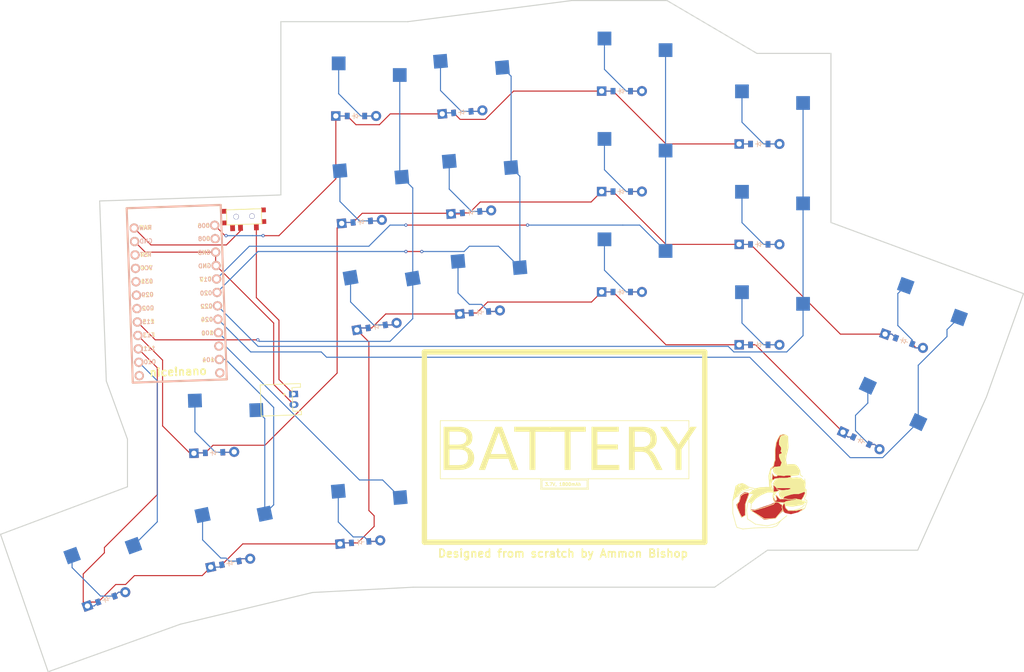
<source format=kicad_pcb>
(kicad_pcb (version 20240108) (generator "pcbnew") (generator_version "8.0")
  (title_block (title "right_circuit") (date "2025-01-01") (rev "v1.0.0") (company "Unknown"))
  (layers (0 "F.Cu" signal) (31 "B.Cu" signal) (34 "B.Paste" user) (35 "F.Paste" user) (36 "B.SilkS" user "B.Silkscreen") (37 "F.SilkS" user "F.Silkscreen") (38 "B.Mask" user) (39 "F.Mask" user) (44 "Edge.Cuts" user))
  (net 0 "")
  (net 1 "thumb-outer_bottom")
  (net 2 "P010")
  (net 3 "thumb_bottom")
  (net 4 "P104")
  (net 5 "thumb_home")
  (net 6 "thumb-inner_bottom")
  (net 7 "P100")
  (net 8 "inner_bottom")
  (net 9 "P115")
  (net 10 "inner_home")
  (net 11 "inner_top")
  (net 12 "four_bottom")
  (net 13 "P020")
  (net 14 "four_home")
  (net 15 "four_top")
  (net 16 "three_bottom")
  (net 17 "P017")
  (net 18 "three_home")
  (net 19 "three_top")
  (net 20 "two_bottom")
  (net 21 "P022")
  (net 22 "two_home")
  (net 23 "two_top")
  (net 24 "one_bottom")
  (net 25 "P024")
  (net 26 "one_home")
  (net 27 "RAW")
  (net 28 "GND")
  (net 29 "RST")
  (net 30 "VCC")
  (net 31 "P031")
  (net 32 "P029")
  (net 33 "P002")
  (net 34 "P113")
  (net 35 "P111")
  (net 36 "P009")
  (net 37 "P006")
  (net 38 "P008")
  (net 39 "P011")
  (net 40 "P106")
  (net 41 "pos")
  (footprint "E73:SPDT_C128955" (layer "F.Cu") (at 142.406136 116.360202 2)
    (property "Reference" "T1" (hide yes))
    (property "Value" "" (hide yes))
  )
  (footprint "PG1350" (layer "F.Cu") (at 239.814112 136.646223)
    (property "Reference" "S14" (hide yes))
    (property "Value" "" (hide yes))
  )
  (footprint "ComboDiode" (layer "F.Cu") (at 185.325586 115.553377 5)
    (property "Reference" "D9" (hide yes))
    (property "Value" "" (hide yes))
  )
  (footprint "ComboDiode" (layer "F.Cu") (at 116.368081 188.758771 20)
    (property "Reference" "D1" (hide yes))
    (property "Value" "" (hide yes))
  )
  (footprint "ComboDiode" (layer "F.Cu") (at 139.831647 181.91259 12)
    (property "Reference" "D2" (hide yes))
    (property "Value" "" (hide yes))
  )
  (footprint "PG1350" (layer "F.Cu") (at 213.814112 107.646223)
    (property "Reference" "S12" (hide yes))
    (property "Value" "" (hide yes))
  )
  (footprint "PG1350" (layer "F.Cu") (at 239.814112 117.646223)
    (property "Reference" "S15" (hide yes))
    (property "Value" "" (hide yes))
  )
  (footprint "PG1350" (layer "F.Cu") (at 164.308028 113.365804 5)
    (property "Reference" "S6" (hide yes))
    (property "Value" "" (hide yes))
  )
  (footprint "ceoloide:mounting_hole_npth" (layer "F.Cu") (at 152.15 144.93 -20)
    (property "Reference" "MH1" (hide yes))
    (property "Value" "")
  )
  (footprint "PG1350" (layer "F.Cu") (at 183.321004 92.640899 5)
    (property "Reference" "S10" (hide yes))
    (property "Value" "" (hide yes))
  )
  (footprint "ComboDiode" (layer "F.Cu") (at 239.814112 140.646223)
    (property "Reference" "D14" (hide yes))
    (property "Value" "" (hide yes))
  )
  (footprint "ComboDiode" (layer "F.Cu") (at 213.814112 130.646223)
    (property "Reference" "D11" (hide yes))
    (property "Value" "" (hide yes))
  )
  (footprint "ComboDiode" (layer "F.Cu") (at 213.814112 92.646223)
    (property "Reference" "D13" (hide yes))
    (property "Value" "" (hide yes))
  )
  (footprint "ComboDiode" (layer "F.Cu") (at 183.669627 96.625678 5)
    (property "Reference" "D10" (hide yes))
    (property "Value" "" (hide yes))
  )
  (footprint "ceoloide:mounting_hole_npth" (layer "F.Cu") (at 226.68 109.67 -20)
    (property "Reference" "MH1" (hide yes))
    (property "Value" "")
  )
  (footprint "nice_nano" (layer "F.Cu") (at 129.721317 132.267703 -88)
    (property "Reference" "MCU1" (hide yes))
    (property "Value" "nice_nano" (hide yes))
  )
  (footprint "ComboDiode" (layer "F.Cu") (at 163.561108 97.354754)
    (property "Reference" "D7" (hide yes))
    (property "Value" "" (hide yes))
  )
  (footprint "PG1350" (layer "F.Cu") (at 164 174 5)
    (property "Reference" "S4" (hide yes))
    (property "Value" "" (hide yes))
  )
  (footprint "ceoloide:mounting_hole_npth" (layer "F.Cu") (at 175.17 105.16 -20)
    (property "Reference" "MH1" (hide yes))
    (property "Value" "")
  )
  (footprint "ComboDiode" (layer "F.Cu") (at 267.171101 139.928794 -20)
    (property "Reference" "D18" (hide yes))
    (property "Value" "" (hide yes))
  )
  (footprint "ComboDiode" (layer "F.Cu") (at 164.656651 117.350582 5)
    (property "Reference" "D6" (hide yes))
    (property "Value" "" (hide yes))
  )
  (footprint "PG1350" (layer "F.Cu") (at 115 185 20)
    (property "Reference" "S1" (hide yes))
    (property "Value" "" (hide yes))
  )
  (footprint "PG1350" (layer "F.Cu") (at 163.561108 93.354754)
    (property "Reference" "S7" (hide yes))
    (property "Value" "" (hide yes))
  )
  (footprint "PG1350" (layer "F.Cu") (at 239.814112 98.646223)
    (property "Reference" "S16" (hide yes))
    (property "Value" "" (hide yes))
  )
  (footprint "ComboDiode" (layer "F.Cu") (at 239.814112 121.646223)
    (property "Reference" "D15" (hide yes))
    (property "Value" "" (hide yes))
  )
  (footprint "ceoloide:mounting_hole_npth" (layer "F.Cu") (at 152.28 82.24 -20)
    (property "Reference" "MH1" (hide yes))
    (property "Value" "")
  )
  (footprint "ceoloide:mounting_hole_npth" (layer "F.Cu") (at 198.61 80.79 -20)
    (property "Reference" "MH1" (hide yes))
    (property "Value" "")
  )
  (footprint "ComboDiode" (layer "F.Cu") (at 164.348623 177.984779 5)
    (property "Reference" "D4" (hide yes))
    (property "Value" "" (hide yes))
  )
  (footprint "ceoloide:mounting_hole_npth" (layer "F.Cu") (at 99.96 177.98 -20)
    (property "Reference" "MH1" (hide yes))
    (property "Value" "")
  )
  (footprint "PG1350" (layer "F.Cu") (at 136.59015 157.043077 2)
    (property "Reference" "S3" (hide yes))
    (property "Value" "" (hide yes))
  )
  (footprint "PG1350" (layer "F.Cu") (at 139 178 12)
    (property "Reference" "S2" (hide yes))
    (property "Value" "" (hide yes))
  )
  (footprint "ComboDiode" (layer "F.Cu") (at 167.490776 137.174838 10)
    (property "Reference" "D5" (hide yes))
    (property "Value" "" (hide yes))
  )
  (footprint "ComboDiode" (layer "F.Cu") (at 136.729748 161.04064 2)
    (property "Reference" "D3" (hide yes))
    (property "Value" "" (hide yes))
  )
  (footprint "ceoloide:mounting_hole_npth" (layer "F.Cu") (at 232.8 148.23 -20)
    (property "Reference" "MH1" (hide yes))
    (property "Value" "")
  )
  (footprint "ceoloide:mounting_hole_npth" (layer "F.Cu") (at 267.7 176.76 -20)
    (property "Reference" "MH1" (hide yes))
    (property "Value" "")
  )
  (footprint "ceoloide:mounting_hole_npth" (layer "F.Cu") (at 106.86 198.47 -20)
    (property "Reference" "MH1" (hide yes))
    (property "Value" "")
  )
  (footprint "PG1350" (layer "F.Cu") (at 184.976963 111.568598 5)
    (property "Reference" "S9" (hide yes))
    (property "Value" "" (hide yes))
  )
  (footprint "ceoloide:mounting_hole_npth" (layer "F.Cu") (at 286.35 132.99 -20)
    (property "Reference" "MH1" (hide yes))
    (property "Value" "")
  )
  (footprint "ceoloide:mounting_hole_npth" (layer "F.Cu") (at 117.54 115.92 -20)
    (property "Reference" "MH1" (hide yes))
    (property "Value" "")
  )
  (footprint "ceoloide:mounting_hole_npth" (layer "F.Cu") (at 173.22 145.95 -20)
    (property "Reference" "MH1" (hide yes))
    (property "Value" "")
  )
  (footprint "ComboDiode" (layer "F.Cu") (at 213.814112 111.646223)
    (property "Reference" "D12" (hide yes))
    (property "Value" "" (hide yes))
  )
  (footprint "ComboDiode" (layer "F.Cu") (at 186.981545 134.481076 5)
    (property "Reference" "D8" (hide yes))
    (property "Value" "" (hide yes))
  )
  (footprint "PG1350" (layer "F.Cu") (at 260.781815 155.171951 -25)
    (property "Reference" "S17" (hide yes))
    (property "Value" "" (hide yes))
  )
  (footprint "ComboDiode" (layer "F.Cu") (at 239.814112 102.646223)
    (property "Reference" "D16" (hide yes))
    (property "Value" "" (hide yes))
  )
  (footprint "PG1350" (layer "F.Cu") (at 166.796184 133.235607 10)
    (property "Reference" "S5" (hide yes))
    (property "Value" "" (hide yes))
  )
  (footprint "JST_PH_S2B-PH-K_02x2.00mm_Angled" (layer "F.Cu") (at 151.798508 150.974496 -88)
    (property "Reference" "JST1" (hide yes))
    (property "Value" "" (hide yes))
  )
  (footprint "ceoloide:mounting_hole_npth" (layer "F.Cu") (at 229.82 183.52 -20)
    (property "Reference" "MH1" (hide yes))
    (property "Value" "")
  )
  (footprint "PG1350" (layer "F.Cu") (at 268.539182 136.170023 -20)
    (property "Reference" "S18" (hide yes))
    (property "Value" "" (hide yes))
  )
  (footprint "ceoloide:mounting_hole_npth" (layer "F.Cu") (at 250.34 88.22 -20)
    (property "Reference" "MH1" (hide yes))
    (property "Value" "")
  )
  (footprint "ComboDiode" (layer "F.Cu") (at 259.091342 158.797182 -25)
    (property "Reference" "D17" (hide yes))
    (property "Value" "" (hide yes))
  )
  (footprint "PG1350" (layer "F.Cu") (at 213.814112 126.646223)
    (property "Reference" "S11" (hide yes))
    (property "Value" "" (hide yes))
  )
  (footprint "ceoloide:mounting_hole_npth" (layer "F.Cu") (at 152.99 185.56 -20)
    (property "Reference" "MH1" (hide yes))
    (property "Value" "")
  )
  (footprint "ceoloide:mounting_hole_npth" (layer "F.Cu") (at 121.52 152.05 -20)
    (property "Reference" "MH1" (hide yes))
    (property "Value" "")
  )
  (footprint "PG1350" (layer "F.Cu") (at 213.814112 88.646223)
    (property "Reference" "S13" (hide yes))
    (property "Value" "" (hide yes))
  )
  (footprint "ceoloide:mounting_hole_npth" (layer "F.Cu") (at 151.12 114.14 -20)
    (property "Reference" "MH1" (hide yes))
    (property "Value" "")
  )
  (footprint "PG1350" (layer "F.Cu") (at 186.632922 130.496297 5)
    (property "Reference" "S8" (hide yes))
    (property "Value" "" (hide yes))
  )
  (gr_poly (pts (xy 243.05 170.4) (xy 242.05 170.9) (xy 239.05 171.9) (xy 238.3 171.9) (xy 240.8 173.65) (xy 242.8 173.4) (xy 244.3 171.9) (xy 244.05 171.4) (xy 244.3 171.1)) (stroke (width 0.2)) (fill solid) (layer "F.Cu"))
  (gr_poly (pts (xy 237.8 168.9) (xy 237.55 168.65) (xy 237.05 168.65) (xy 236.3 169.15) (xy 236.05 170.4) (xy 235.55 170.9) (xy 235.7 171.4) (xy 236.45 173.2) (xy 237.05 172.85) (xy 237.1 170.6)) (stroke (width 0.2)) (fill solid) (layer "F.Cu"))
  (gr_poly (pts (xy 242.55 168.4) (xy 242.8 168.4) (xy 243.55 168.15) (xy 245.8 167.9) (xy 243.05 167.65) (xy 242.55 167.4) (xy 242.55 166.9) (xy 242.55 167.4) (xy 242.55 167.9)) (stroke (width 0.2)) (fill solid) (layer "F.Cu"))
  (gr_poly (pts (xy 247.3 169.9) (xy 247.7 170) (xy 248.1 169.4) (xy 248.4 168.8) (xy 248.4 168.5) (xy 247.3 168.9) (xy 246.6 168.9) (xy 246 168.9) (xy 244.6 169.4) (xy 244.4 169.8) (xy 244 169.8) (xy 243.6 169.8) (xy 243.24 169.47) (xy 242.99 169.11) (xy 243.2 169.9) (xy 243 170.1) (xy 242.7 170.1) (xy 242.5 169.5) (xy 242.6 170.2) (xy 242.8 170.4) (xy 244.6 170.5) (xy 245.1 170.2) (xy 246.7 169.9)) (stroke (width 0.1)) (fill solid) (layer "F.Cu"))
  (gr_poly (pts (xy 242.3 166.15) (xy 242.8 165.9) (xy 243.55 165.75) (xy 245.65 165.75) (xy 245.65 165.4) (xy 243.3 165.4) (xy 243.05 165.65) (xy 242.6 165.6) (xy 242.3 165.15)) (stroke (width 0.2)) (fill solid) (layer "F.Cu"))
  (gr_poly (pts (xy 242 164.2) (xy 242.5 163.8) (xy 242.7 163.7) (xy 243.7 163.6) (xy 243.9 163.3) (xy 244 162.9) (xy 243.5 161.8) (xy 243.6 161.3) (xy 243.9 161.2) (xy 244 160.9) (xy 243.7 160.8) (xy 243.9 160.6) (xy 243.9 160.1) (xy 243.5 159.4) (xy 243.5 158.9) (xy 243.8 157.9) (xy 244.4 157.7) (xy 244.7 157.8) (xy 244.3 157.7) (xy 243.8 157.8) (xy 243.3 158.7) (xy 243.1 159.2) (xy 242.9 160.4) (xy 242.9 162.4) (xy 242.7 163.1) (xy 242.6 163.6)) (stroke (width 0.2)) (fill solid) (layer "F.Cu"))
  (gr_poly (pts (xy 244.5 170.7) (xy 244.3 171.1) (xy 244.2 171.4) (xy 244.5 172.2) (xy 244.8 172.4) (xy 245.8 172.6) (xy 247.3 172.2) (xy 248 171.8) (xy 246.8 172.1) (xy 245.3 172.1) (xy 244.7 171.6)) (stroke (width 0.2)) (fill solid) (layer "F.Cu"))
  (gr_line (start 247.3 171.7) (end 246.2 172) (stroke (width 0.12)) (layer "F.SilkS"))
  (gr_line (start 242.5 164) (end 242.7 163.8) (stroke (width 0.12)) (layer "F.SilkS"))
  (gr_line (start 235.5 167.5) (end 235.9 167.4) (stroke (width 0.12)) (layer "F.SilkS"))
  (gr_line (start 242.4 168.3) (end 242.5 168.2) (stroke (width 0.12)) (layer "F.SilkS"))
  (gr_line (start 244.2 171) (end 244.1 171.4) (stroke (width 0.12)) (layer "F.SilkS"))
  (gr_line (start 242 164.8) (end 242 165) (stroke (width 0.12)) (layer "F.SilkS"))
  (gr_line (start 245 163.4) (end 244.8 162.5) (stroke (width 0.12)) (layer "F.SilkS"))
  (gr_line (start 242.5 170) (end 242.6 170.2) (stroke (width 0.12)) (layer "F.SilkS"))
  (gr_line (start 245.9 168.9) (end 246.6 168.8) (stroke (width 0.12)) (layer "F.SilkS"))
  (gr_line (start 244.5 168.2) (end 245.4 168.1) (stroke (width 0.12)) (layer "F.SilkS"))
  (gr_line (start 247.2 171) (end 246.1 171.2) (stroke (width 0.12)) (layer "F.SilkS"))
  (gr_line (start 248.2 169.4) (end 247.8 170) (stroke (width 0.12)) (layer "F.SilkS"))
  (gr_line (start 242.7 165.5) (end 243.1 165.5) (stroke (width 0.12)) (layer "F.SilkS"))
  (gr_poly (pts (xy 248.7 168.1) (xy 248.4 168.4) (xy 247.3 168.8) (xy 246.6 168.8) (xy 245.9 168.9) (xy 244.6 169.3) (xy 244.3 169.6) (xy 244 169.55) (xy 243.6 169.1) (xy 243.6 168.8) (xy 243.55 168.7) (xy 243.6 168.5) (xy 243.7 168.4) (xy 244.5 168.4) (xy 244.95 168.15) (xy 245.4 168.1) (xy 245.9 167.9) (xy 245.9 167.8) (xy 245.5 167.7) (xy 243.1 167.7) (xy 242.7 167.3) (xy 242.6 166.7) (xy 242.8 166.3) (xy 243.5 166) (xy 245 165.9) (xy 245.4 165.8) (xy 245.7 165.9) (xy 246.9 165.8) (xy 247.7 165.9) (xy 248.3 166.4) (xy 248.45 167.3) (xy 248.4 167.8)) (stroke (width 0.12)) (fill solid) (layer "F.SilkS"))
  (gr_line (start 245.5 163.3) (end 245 163.4) (stroke (width 0.12)) (layer "F.SilkS"))
  (gr_line (start 243.1 167.9) (end 243.5 168.1) (stroke (width 0.12)) (layer "F.SilkS"))
  (gr_line (start 243.4 169.5) (end 243.1 169.1) (stroke (width 0.12)) (layer "F.SilkS"))
  (gr_line (start 242.4 165.2) (end 242.7 165.5) (stroke (width 0.12)) (layer "F.SilkS"))
  (gr_line (start 236.7 175.5) (end 238.9 175.3) (stroke (width 0.12)) (layer "F.SilkS"))
  (gr_line (start 229.5 152) (end 229.5 168) (stroke (width 0.12)) (layer "F.SilkS"))
  (gr_line (start 241.3 174.9) (end 243 174.5) (stroke (width 0.12)) (layer "F.SilkS"))
  (gr_line (start 239.2 168.4) (end 238.4 169.3) (stroke (width 0.12)) (layer "F.SilkS"))
  (gr_line (start 248.4 170.9) (end 247.9 171.4) (stroke (width 0.12)) (layer "F.SilkS"))
  (gr_line (start 242 164.4) (end 242 164.8) (stroke (width 0.12)) (layer "F.SilkS"))
  (gr_line (start 242.6 163) (end 242.5 163.6) (stroke (width 0.12)) (layer "F.SilkS"))
  (gr_line (start 243.3 165.3) (end 242.8 165) (stroke (width 0.12)) (layer "F.SilkS"))
  (gr_line (start 239 171.9) (end 238.2 172) (stroke (width 0.12)) (layer "F.SilkS"))
  (gr_line (start 242.6 170.2) (end 242.8 170.4) (stroke (width 0.12)) (layer "F.SilkS"))
  (gr_line (start 236.1 172.6) (end 235.6 171.4) (stroke (width 0.12)) (layer "F.SilkS"))
  (gr_line (start 242.6 168.7) (end 242.4 169.1) (stroke (width 0.12)) (layer "F.SilkS"))
  (gr_line (start 246.9 169.9) (end 246.8 169.8) (stroke (width 0.12)) (layer "F.SilkS"))
  (gr_line (start 246.1 171.2) (end 244.9 171.1) (stroke (width 0.12)) (layer "F.SilkS"))
  (gr_line (start 243.6 168.8) (end 243.6 169.1) (stroke (width 0.12)) (layer "F.SilkS"))
  (gr_line (start 238.3 170.7) (end 239.1 169.7) (stroke (width 0.12)) (layer "F.SilkS"))
  (gr_line (start 245.1 160.9) (end 245.3 160) (stroke (width 0.12)) (layer "F.SilkS"))
  (gr_line (start 244.1 165.9) (end 243.6 165.9) (stroke (width 0.12)) (layer "F.SilkS"))
  (gr_line (start 243.8 163.7) (end 244 163.4) (stroke (width 0.12)) (layer "F.SilkS"))
  (gr_line (start 235.6 171.4) (end 235.6 170.8) (stroke (width 0.12)) (layer "F.SilkS"))
  (gr_line (start 239.9 167.7) (end 239.1 167.9) (stroke (width 0.12)) (layer "F.SilkS"))
  (gr_poly (pts (xy 243.3 165.3) (xy 242.8 165) (xy 242.5 164.6) (xy 242.5 164) (xy 242.7 163.8) (xy 243.8 163.7) (xy 244.1 162.9) (xy 243.75 162.2) (xy 243.6 161.8) (xy 243.6 161.4) (xy 244 161.3) (xy 244.1 161.1) (xy 244.1 161) (xy 243.9 160.8) (xy 244 160.5) (xy 244 160.1) (xy 243.6 159.5) (xy 243.6 158.9) (xy 243.7 158.5) (xy 243.9 158) (xy 244.2 157.85) (xy 244.4 157.8) (xy 245 157.85) (xy 245.2 158) (xy 245.2 158.6) (xy 245.25 159.6) (xy 245.2 160.45) (xy 245 161.2) (xy 244.85 162) (xy 244.8 162.5) (xy 245 163.4) (xy 245.5 163.3) (xy 246.3 163.3) (xy 246.7 163.4) (xy 247.1 163.8) (xy 247.4 164.3) (xy 247.4 164.5) (xy 247.3 165) (xy 247.3 165.2) (xy 245.8 165.4) (xy 245.6 165.3) (xy 245 165.3) (xy 244.5 165.4)) (stroke (width 0.12)) (fill solid) (layer "F.SilkS"))
  (gr_line (start 241.8 164.7) (end 241.6 165.5) (stroke (width 0.12)) (layer "F.SilkS"))
  (gr_line (start 244.1 160.9) (end 243.9 160.8) (stroke (width 0.12)) (layer "F.SilkS"))
  (gr_line (start 246.5 169.8) (end 246.1 169.9) (stroke (width 0.12)) (layer "F.SilkS"))
  (gr_line (start 244.8 162.5) (end 244.9 161.5) (stroke (width 0.12)) (layer "F.SilkS"))
  (gr_line (start 235.4 167.4) (end 234.8 170.1) (stroke (width 0.12)) (layer "F.SilkS"))
  (gr_line (start 243.7 167.7) (end 243.1 167.7) (stroke (width 0.12)) (layer "F.SilkS"))
  (gr_line (start 247 165.3) (end 247.3 165.2) (stroke (width 0.12)) (layer "F.SilkS"))
  (gr_line (start 246.3 163.3) (end 245.5 163.3) (stroke (width 0.12)) (layer "F.SilkS"))
  (gr_line (start 179.5 155) (end 179.5 166) (stroke (width 0.12)) (layer "F.SilkS"))
  (gr_line (start 244.1 169.6) (end 244.3 169.6) (stroke (width 0.12)) (layer "F.SilkS"))
  (gr_line (start 243.9 169.5) (end 244.1 169.6) (stroke (width 0.12)) (layer "F.SilkS"))
  (gr_line (start 244.8 169.8) (end 243.7 169.8) (stroke (width 0.12)) (layer "F.SilkS"))
  (gr_line (start 245.8 165.4) (end 247 165.3) (stroke (width 0.12)) (layer "F.SilkS"))
  (gr_line (start 243.5 168.6) (end 243.6 168.8) (stroke (width 0.12)) (layer "F.SilkS"))
  (gr_line (start 244.5 168.4) (end 243.7 168.4) (stroke (width 0.12)) (layer "F.SilkS"))
  (gr_line (start 244.8 170.9) (end 244.7 170.6) (stroke (width 0.12)) (layer "F.SilkS"))
  (gr_line (start 242.3 168.5) (end 242.6 168.7) (stroke (width 0.12)) (layer "F.SilkS"))
  (gr_line (start 242.9 169.1) (end 243 169.5) (stroke (width 0.12)) (layer "F.SilkS"))
  (gr_line (start 248.5 166.8) (end 248.4 166) (stroke (width 0.12)) (layer "F.SilkS"))
  (gr_line (start 241.9 166) (end 242 166.1) (stroke (width 0.12)) (layer "F.SilkS"))
  (gr_line (start 241.7 167) (end 241.8 167.6) (stroke (width 0.12)) (layer "F.SilkS"))
  (gr_line (start 241.6 165.5) (end 241.7 166.4) (stroke (width 0.12)) (layer "F.SilkS"))
  (gr_line (start 244.4 157.8) (end 245 157.85) (stroke (width 0.12)) (layer "F.SilkS"))
  (gr_line (start 248.7 168.6) (end 248.7 168.1) (stroke (width 0.12)) (layer "F.SilkS"))
  (gr_line (start 235.7 169.3) (end 235.6 169.3) (stroke (width 0.12)) (layer "F.SilkS"))
  (gr_line (start 236.3 167) (end 237.5 167.35) (stroke (width 0.12)) (layer "F.SilkS"))
  (gr_line (start 245.2 158) (end 244.8 157.7) (stroke (width 0.12)) (layer "F.SilkS"))
  (gr_line (start 237.2 172.9) (end 236.5 173.3) (stroke (width 0.12)) (layer "F.SilkS"))
  (gr_line (start 244 170.5) (end 244.6 170.5) (stroke (width 0.12)) (layer "F.SilkS"))
  (gr_line (start 245.2 169.9) (end 244.8 169.8) (stroke (width 0.12)) (layer "F.SilkS"))
  (gr_line (start 246.9 165.8) (end 247.7 165.9) (stroke (width 0.12)) (layer "F.SilkS"))
  (gr_line (start 235.7 168.9) (end 236.5 168.2) (stroke (width 0.12)) (layer "F.SilkS"))
  (gr_line (start 229.5 178) (end 176.5 178) (stroke (width 1)) (layer "F.SilkS"))
  (gr_line (start 245.6 165.3) (end 245 165.3) (stroke (width 0.12)) (layer "F.SilkS"))
  (gr_line (start 245.8 165.4) (end 245.6 165.3) (stroke (width 0.12)) (layer "F.SilkS"))
  (gr_line (start 243.7 157.8) (end 243.3 158.5) (stroke (width 0.12)) (layer "F.SilkS"))
  (gr_line (start 244 160.5) (end 244 160.1) (stroke (width 0.12)) (layer "F.SilkS"))
  (gr_line (start 234.8 172.5) (end 235.4 174.7) (stroke (width 0.12)) (layer "F.SilkS"))
  (gr_line (start 242.4 169.1) (end 242.4 169.5) (stroke (width 0.12)) (layer "F.SilkS"))
  (gr_line (start 239.1 169.7) (end 240.2 169) (stroke (width 0.12)) (layer "F.SilkS"))
  (gr_line (start 244.6 170.5) (end 244.9 170.3) (stroke (width 0.12)) (layer "F.SilkS"))
  (gr_line (start 245.4 165.8) (end 245.7 165.9) (stroke (width 0.12)) (layer "F.SilkS"))
  (gr_line (start 244.7 171) (end 244.6 170.5) (stroke (width 0.12)) (layer "F.SilkS"))
  (gr_line (start 243.1 174.9) (end 243.9 173.9) (stroke (width 0.12)) (layer "F.SilkS"))
  (gr_line (start 242 165) (end 241.9 165.1) (stroke (width 0.12)) (layer "F.SilkS"))
  (gr_line (start 244 163.4) (end 244.1 162.9) (stroke (width 0.12)) (layer "F.SilkS"))
  (gr_line (start 243 159.2) (end 242.8 160.5) (stroke (width 0.12)) (layer "F.SilkS"))
  (gr_line (start 242.8 170.4) (end 242.5 170.8) (stroke (width 0.12)) (layer "F.SilkS"))
  (gr_line (start 242.2 167.7) (end 242.3 168.1) (stroke (width 0.12)) (layer "F.SilkS"))
  (gr_line (start 243.6 159.5) (end 243.6 158.9) (stroke (width 0.12)) (layer "F.SilkS"))
  (gr_line (start 237.9 168.8) (end 237.2 170.8) (stroke (width 0.12)) (layer "F.SilkS"))
  (gr_line (start 243.7 169.8) (end 243.4 169.5) (stroke (width 0.12)) (layer "F.SilkS"))
  (gr_line (start 244.1 162.9) (end 243.9 162.6) (stroke (width 0.12)) (layer "F.SilkS"))
  (gr_line (start 248.4 168.4) (end 248.5 168.7) (stroke (width 0.12)) (layer "F.SilkS"))
  (gr_line (start 236.2 168.7) (end 236 168.9) (stroke (width 0.12)) (layer "F.SilkS"))
  (gr_line (start 243 169.5) (end 243.1 169.9) (stroke (width 0.12)) (layer "F.SilkS"))
  (gr_line (start 242.5 167.1) (end 242.4 166.9) (stroke (width 0.12)) (layer "F.SilkS"))
  (gr_poly (pts (xy 238.3 170.7) (xy 237.7 170.3) (xy 238.4 169.3) (xy 239.2 168.4) (xy 240.2 167.9) (xy 241.8 167.6) (xy 241.7 167) (xy 241.7 166.4) (xy 241.6 165.5) (xy 241.9 164.35) (xy 242 165) (xy 241.9 165.1) (xy 241.9 166) (xy 242 166.1) (xy 242.2 166.1) (xy 242.38 166.28) (xy 242.2 166.4) (xy 242 167) (xy 242.35 168.2) (xy 242.4 168.3) (xy 242.45 168.25) (xy 242.48 168.46) (xy 242.82 168.46) (xy 243.06 168.41) (xy 242.7 168.9) (xy 242.5 169.3) (xy 242.4 169.1) (xy 242.6 168.7) (xy 242.3 168.5) (xy 241.4 168.5) (xy 240.2 169) (xy 239.1 169.7)) (stroke (width 0.12)) (fill solid) (layer "F.SilkS"))
  (gr_line (start 207.5 168) (end 198.5 168) (stroke (width 0.12)) (layer "F.SilkS"))
  (gr_line (start 242.8 165) (end 242.5 164.6) (stroke (width 0.12)) (layer "F.SilkS"))
  (gr_line (start 238.9 175.3) (end 242.2 175.2) (stroke (width 0.12)) (layer "F.SilkS"))
  (gr_line (start 179.5 166) (end 226.5 166) (stroke (width 0.12)) (layer "F.SilkS"))
  (gr_line (start 237.5 168.2) (end 236.8 168.4) (stroke (width 0.12)) (layer "F.SilkS"))
  (gr_line (start 245.3 172) (end 244.8 171.5) (stroke (width 0.12)) (layer "F.SilkS"))
  (gr_line (start 247.3 172.3) (end 248.4 171.6) (stroke (width 0.12)) (layer "F.SilkS"))
  (gr_line (start 244.6 169.3) (end 245.2 169.1) (stroke (width 0.12)) (layer "F.SilkS"))
  (gr_line (start 242.8 162.4) (end 242.6 163) (stroke (width 0.12)) (layer "F.SilkS"))
  (gr_line (start 244 157.9) (end 244.4 157.8) (stroke (width 0.12)) (layer "F.SilkS"))
  (gr_line (start 246.1 169.9) (end 245.2 169.9) (stroke (width 0.12)) (layer "F.SilkS"))
  (gr_line (start 243.9 162.6) (end 243.6 161.8) (stroke (width 0.12)) (layer "F.SilkS"))
  (gr_line (start 235.6 170.8) (end 236 170.3) (stroke (width 0.12)) (layer "F.SilkS"))
  (gr_line (start 248 165.6) (end 247.6 165.3) (stroke (width 0.12)) (layer "F.SilkS"))
  (gr_line (start 246.8 169.8) (end 246.5 169.8) (stroke (width 0.12)) (layer "F.SilkS"))
  (gr_line (start 244.3 169.6) (end 244.6 169.3) (stroke (width 0.12)) (layer "F.SilkS"))
  (gr_line (start 236 167) (end 236.6 166.9) (stroke (width 0.12)) (layer "F.SilkS"))
  (gr_line (start 238.2 172) (end 238.3 170.7) (stroke (width 0.12)) (layer "F.SilkS"))
  (gr_line (start 242.5 169.3) (end 242.7 168.9) (stroke (width 0.12)) (layer "F.SilkS"))
  (gr_line (start 244.9 161.5) (end 245.1 160.9) (stroke (width 0.12)) (layer "F.SilkS"))
  (gr_line (start 242.3 165.5) (end 242.3 165.2) (stroke (width 0.12)) (layer "F.SilkS"))
  (gr_line (start 243.1 165.5) (end 243.3 165.3) (stroke (width 0.12)) (layer "F.SilkS"))
  (gr_line (start 237.8 167.8) (end 237.6 167.6) (stroke (width 0.12)) (layer "F.SilkS"))
  (gr_line (start 244 161.3) (end 244.1 161.1) (stroke (width 0.12)) (layer "F.SilkS"))
  (gr_line (start 242.5 170.8) (end 241.6 171.1) (stroke (width 0.12)) (layer "F.SilkS"))
  (gr_line (start 236.3 167.2) (end 236.3 167.4) (stroke (width 0.12)) (layer "F.SilkS"))
  (gr_line (start 243.7 168.6) (end 245.3 168.1) (stroke (width 0.12)) (layer "F.SilkS"))
  (gr_line (start 242.4 166.9) (end 242.6 166.7) (stroke (width 0.12)) (layer "F.SilkS"))
  (gr_line (start 207.5 166) (end 207.5 168) (stroke (width 0.12)) (layer "F.SilkS"))
  (gr_line (start 240.2 167.9) (end 239.2 168.4) (stroke (width 0.12)) (layer "F.SilkS"))
  (gr_line (start 242.7 168.9) (end 243 168.5) (stroke (width 0.12)) (layer "F.SilkS"))
  (gr_line (start 176.5 142) (end 229.5 142) (stroke (width 1)) (layer "F.SilkS"))
  (gr_line (start 240.2 169) (end 241.4 168.5) (stroke (width 0.12)) (layer "F.SilkS"))
  (gr_line (start 246.7 163.4) (end 246.3 163.3) (stroke (width 0.12)) (layer "F.SilkS"))
  (gr_line (start 236.1 167.6) (end 235.8 167.6) (stroke (width 0.12)) (layer "F.SilkS"))
  (gr_line (start 248.6 169.2) (end 248.7 168.6) (stroke (width 0.12)) (layer "F.SilkS"))
  (gr_line (start 237.2 170.8) (end 237.2 172.9) (stroke (width 0.12)) (layer "F.SilkS"))
  (gr_line (start 242.4 167.3) (end 242.5 167.1) (stroke (width 0.12)) (layer "F.SilkS"))
  (gr_line (start 245.8 165.7) (end 245.8 165.4) (stroke (width 0.12)) (layer "F.SilkS"))
  (gr_line (start 244.7 170.6) (end 244.6 170.5) (stroke (width 0.12)) (layer "F.SilkS"))
  (gr_poly (pts (xy 244.6 170.5) (xy 244.9 171.1) (xy 246.1 171.2) (xy 248 170.9) (xy 248.3 170.6) (xy 248.6 170.5) (xy 248.4 170.2) (xy 247.8 170.2) (xy 247.8 170) (xy 247.24 169.91) (xy 246.85 169.85) (xy 246.7 170) (xy 244.9 170.3)) (stroke (width 0.12)) (fill solid) (layer "F.SilkS"))
  (gr_line (start 244.95 168.15) (end 244.5 168.4) (stroke (width 0.12)) (layer "F.SilkS"))
  (gr_line (start 245 165.9) (end 245.8 165.7) (stroke (width 0.12)) (layer "F.SilkS"))
  (gr_line (start 243.6 161.4) (end 244 161.3) (stroke (width 0.12)) (layer "F.SilkS"))
  (gr_line (start 242.8 160.5) (end 242.8 161.5) (stroke (width 0.12)) (layer "F.SilkS"))
  (gr_line (start 242.2 164) (end 242 164.4) (stroke (width 0.12)) (layer "F.SilkS"))
  (gr_line (start 241.8 167.6) (end 240.2 167.9) (stroke (width 0.12)) (layer "F.SilkS"))
  (gr_line (start 243.6 169.1) (end 243.9 169.5) (stroke (width 0.12)) (layer "F.SilkS"))
  (gr_line (start 242.5 168.2) (end 242.5 167.7) (stroke (width 0.12)) (layer "F.SilkS"))
  (gr_poly (pts (xy 236.3 167) (xy 237.16 167.25) (xy 237.1 167.1) (xy 236.6 166.9)) (stroke (width 0.12)) (fill solid) (layer "F.SilkS"))
  (gr_line (start 243.9 173.9) (end 245 173) (stroke (width 0.12)) (layer "F.SilkS"))
  (gr_line (start 245.2 159.2) (end 245.2 158.6) (stroke (width 0.12)) (layer "F.SilkS"))
  (gr_line (start 242.7 167.3) (end 242.6 166.7) (stroke (width 0.12)) (layer "F.SilkS"))
  (gr_line (start 242.8 166) (end 242.2 166.4) (stroke (width 0.12)) (layer "F.SilkS"))
  (gr_line (start 241.9 165.1) (end 241.9 166) (stroke (width 0.12)) (layer "F.SilkS"))
  (gr_line (start 198.5 168) (end 198.5 166) (stroke (width 0.12)) (layer "F.SilkS"))
  (gr_line (start 242.6 166.7) (end 242.8 166.3) (stroke (width 0.12)) (layer "F.SilkS"))
  (gr_line (start 243.5 166) (end 244.1 165.9) (stroke (width 0.12)) (layer "F.SilkS"))
  (gr_line (start 243.6 161.8) (end 243.6 161.4) (stroke (width 0.12)) (layer "F.SilkS"))
  (gr_line (start 237.7 170.3) (end 237.4 171.9) (stroke (width 0.12)) (layer "F.SilkS"))
  (gr_line (start 242.3 165.2) (end 242.4 165.2) (stroke (width 0.12)) (layer "F.SilkS"))
  (gr_line (start 244.1 165.9) (end 245 165.9) (stroke (width 0.12)) (layer "F.SilkS"))
  (gr_line (start 245.5 167.7) (end 243.7 167.7) (stroke (width 0.12)) (layer "F.SilkS"))
  (gr_line (start 242.5 163.6) (end 242 164) (stroke (width 0.12)) (layer "F.SilkS"))
  (gr_poly (pts (xy 236.35 167.22) (xy 236.57 167.21) (xy 237.6 167.62) (xy 237.75 167.78) (xy 236.5 168.19) (xy 235.52 169.07) (xy 235.6 169.32) (xy 234.82 170.06) (xy 235.37 167.46) (xy 235.81 167.59) (xy 236.11 167.58) (xy 236.3 167.39)) (stroke (width 0.1)) (fill solid) (layer "F.SilkS"))
  (gr_line (start 240.8 171.4) (end 239 171.9) (stroke (width 0.12)) (layer "F.SilkS"))
  (gr_line (start 245 165.3) (end 244.5 165.4) (stroke (width 0.12)) (layer "F.SilkS"))
  (gr_line (start 237.9 167.6) (end 237.1 167.1) (stroke (width 0.12)) (layer "F.SilkS"))
  (gr_line (start 235.4 167.4) (end 236 167) (stroke (width 0.12)) (layer "F.SilkS"))
  (gr_line (start 242.5 169.3) (end 242.4 169.5) (stroke (width 0.12)) (layer "F.SilkS"))
  (gr_line (start 243.6 168.2) (end 244.5 168.2) (stroke (width 0.12)) (layer "F.SilkS"))
  (gr_line (start 244.6 170.5) (end 244.2 171) (stroke (width 0.12)) (layer "F.SilkS"))
  (gr_line (start 239.1 167.9) (end 237.9 168.8) (stroke (width 0.12)) (layer "F.SilkS"))
  (gr_line (start 244.5 165.4) (end 243.3 165.3) (stroke (width 0.12)) (layer "F.SilkS"))
  (gr_line (start 236.5 168.2) (end 237.4 167.9) (stroke (width 0.12)) (layer "F.SilkS"))
  (gr_line (start 245.9 167.8) (end 245.5 167.7) (stroke (width 0.12)) (layer "F.SilkS"))
  (gr_line (start 236.5 173.3) (end 236.1 172.6) (stroke (width 0.12)) (layer "F.SilkS"))
  (gr_line (start 248.4 167.8) (end 248.5 166.8) (stroke (width 0.12)) (layer "F.SilkS"))
  (gr_line (start 244 160.1) (end 243.6 159.5) (stroke (width 0.12)) (layer "F.SilkS"))
  (gr_line (start 248.8 170.5) (end 248.8 170.1) (stroke (width 0.12)) (layer "F.SilkS"))
  (gr_line (start 237.4 171.9) (end 237.6 173.6) (stroke (width 0.12)) (layer "F.SilkS"))
  (gr_line (start 242.3 168.1) (end 242.4 168.3) (stroke (width 0.12)) (layer "F.SilkS"))
  (gr_line (start 246.6 168.8) (end 247.3 168.8) (stroke (width 0.12)) (layer "F.SilkS"))
  (gr_line (start 176.5 178) (end 176.5 142) (stroke (width 1)) (layer "F.SilkS"))
  (gr_line (start 238.4 169.3) (end 237.7 170.3) (stroke (width 0.12)) (layer "F.SilkS"))
  (gr_line (start 241.4 168.5) (end 242.3 168.5) (stroke (width 0.12)) (layer "F.SilkS"))
  (gr_line (start 243.5 168.1) (end 244.5 168.35) (stroke (width 0.12)) (layer "F.SilkS"))
  (gr_line (start 242.9 173.5) (end 244.25 171.85) (stroke (width 0.12)) (layer "F.SilkS"))
  (gr_line (start 241.8 167.6) (end 241.1 167.6) (stroke (width 0.12)) (layer "F.SilkS"))
  (gr_line (start 238.5 168.1) (end 238.3 168) (stroke (width 0.12)) (layer "F.SilkS"))
  (gr_line (start 243.6 165.9) (end 242.8 166) (stroke (width 0.12)) (layer "F.SilkS"))
  (gr_poly (pts (xy 235.4 167.4) (xy 235.5 167.5) (xy 235.9 167.4) (xy 236.2 167.075) (xy 236.2 166.97) (xy 236 167)) (stroke (width 0.12)) (fill solid) (layer "F.SilkS"))
  (gr_line (start 236.3 169.2) (end 236.9 168.8) (stroke (width 0.12)) (layer "F.SilkS"))
  (gr_line (start 245.3 160) (end 245.2 159.2) (stroke (width 0.12)) (layer "F.SilkS"))
  (gr_line (start 236.6 166.9) (end 237.1 167.1) (stroke (width 0.12)) (layer "F.SilkS"))
  (gr_line (start 239.1 174.6) (end 241.3 174.9) (stroke (width 0.12)) (layer "F.SilkS"))
  (gr_line (start 237.4 167.9) (end 237.8 167.8) (stroke (width 0.12)) (layer "F.SilkS"))
  (gr_line (start 236.3 167.4) (end 236.1 167.6) (stroke (width 0.12)) (layer "F.SilkS"))
  (gr_line (start 248.5 168.7) (end 248.2 169.4) (stroke (width 0.12)) (layer "F.SilkS"))
  (gr_line (start 235.8 169.2) (end 235.7 169.3) (stroke (width 0.12)) (layer "F.SilkS"))
  (gr_line (start 247.9 171.4) (end 247.3 171.7) (stroke (width 0.12)) (layer "F.SilkS"))
  (gr_line (start 237.6 167.6) (end 236.6 167.2) (stroke (width 0.12)) (layer "F.SilkS"))
  (gr_line (start 242.5 164.6) (end 242.5 164) (stroke (width 0.12)) (layer "F.SilkS"))
  (gr_line (start 236.9 168.8) (end 237.7 168.6) (stroke (width 0.12)) (layer "F.SilkS"))
  (gr_line (start 244.8 171.5) (end 244.7 171) (stroke (width 0.12)) (layer "F.SilkS"))
  (gr_line (start 235.9 167.4) (end 236.1 167.2) (stroke (width 0.12)) (layer "F.SilkS"))
  (gr_line (start 237.6 173.6) (end 239.1 174.6) (stroke (width 0.12)) (layer "F.SilkS"))
  (gr_line (start 242.6 163.9) (end 242.2 164) (stroke (width 0.12)) (layer "F.SilkS"))
  (gr_line (start 245.2 169.1) (end 245.9 168.9) (stroke (width 0.12)) (layer "F.SilkS"))
  (gr_line (start 245.9 167.9) (end 245.9 167.8) (stroke (width 0.12)) (layer "F.SilkS"))
  (gr_line (start 243.1 167.7) (end 242.7 167.3) (stroke (width 0.12)) (layer "F.SilkS"))
  (gr_line (start 248.8 170.1) (end 248.4 169.9) (stroke (width 0.12)) (layer "F.SilkS"))
  (gr_line (start 247.5 164.5) (end 247.1 163.8) (stroke (width 0.12)) (layer "F.SilkS"))
  (gr_line (start 244.2 171) (end 243.4 170.45) (stroke (width 0.12)) (layer "F.SilkS"))
  (gr_line (start 241.7 166.4) (end 241.7 167) (stroke (width 0.12)) (layer "F.SilkS"))
  (gr_line (start 244.9 170.3) (end 246.7 170) (stroke (width 0.12)) (layer "F.SilkS"))
  (gr_line (start 243.3 158.5) (end 243 159.2) (stroke (width 0.12)) (layer "F.SilkS"))
  (gr_line (start 248.4 171.6) (end 246.8 172) (stroke (width 0.12)) (layer "F.SilkS"))
  (gr_line (start 235.5 169.1) (end 235.7 168.9) (stroke (width 0.12)) (layer "F.SilkS"))
  (gr_line (start 242.2 166.1) (end 242.3 165.5) (stroke (width 0.12)) (layer "F.SilkS"))
  (gr_line (start 245.4 168.1) (end 245.9 167.9) (stroke (width 0.12)) (layer "F.SilkS"))
  (gr_line (start 244.9 171.1) (end 244.8 170.9) (stroke (width 0.12)) (layer "F.SilkS"))
  (gr_line (start 245.3 168.1) (end 246 167.9) (stroke (width 0.12)) (layer "F.SilkS"))
  (gr_line (start 242.5 167.5) (end 242.4 167.3) (stroke (width 0.12)) (layer "F.SilkS"))
  (gr_line (start 243 174.5) (end 243.9 173.9) (stroke (width 0.12)) (layer "F.SilkS"))
  (gr_line (start 239.1 167.9) (end 237.9 167.6) (stroke (width 0.12)) (layer "F.SilkS"))
  (gr_line (start 242.4 169.5) (end 242.5 170) (stroke (width 0.12)) (layer "F.SilkS"))
  (gr_line (start 242.8 170.4) (end 244 170.5) (stroke (width 0.12)) (layer "F.SilkS"))
  (gr_line (start 236.6 167.2) (end 236.3 167.2) (stroke (width 0.12)) (layer "F.SilkS"))
  (gr_line (start 243.1 169.1) (end 242.9 169.1) (stroke (width 0.12)) (layer "F.SilkS"))
  (gr_line (start 242.2 175.2) (end 243.1 174.9) (stroke (width 0.12)) (layer "F.SilkS"))
  (gr_line (start 243.7 168.4) (end 243.5 168.6) (stroke (width 0.12)) (layer "F.SilkS"))
  (gr_line (start 238.5 168.35) (end 238.5 168.1) (stroke (width 0.12)) (layer "F.SilkS"))
  (gr_line (start 248.4 169.9) (end 248.4 169.6) (stroke (width 0.12)) (layer "F.SilkS"))
  (gr_line (start 243.1 169.9) (end 243 170.1) (stroke (width 0.12)) (layer "F.SilkS"))
  (gr_poly (pts (xy 238.8 168.85) (xy 237.9 168.8) (xy 239.1 167.9) (xy 239.9 167.7) (xy 241.24 167.63)) (stroke (width 0.12)) (fill solid) (layer "F.SilkS"))
  (gr_line (start 243.8 158.1) (end 244 157.9) (stroke (width 0.12)) (layer "F.SilkS"))
  (gr_line (start 243.6 158.9) (end 243.8 158.1) (stroke (width 0.12)) (layer "F.SilkS"))
  (gr_line (start 244.1 161.1) (end 244.1 160.9) (stroke (width 0.12)) (layer "F.SilkS"))
  (gr_line (start 244.1 171.4) (end 244.4 172.3) (stroke (width 0.12)) (layer "F.SilkS"))
  (gr_line (start 235.4 174.7) (end 235.6 175.2) (stroke (width 0.12)) (layer "F.SilkS"))
  (gr_poly (pts (xy 234.8 170) (xy 234.8 170.1) (xy 234.9 170)) (stroke (width 0.12)) (fill solid) (layer "F.SilkS"))
  (gr_line (start 245.7 165.9) (end 246.9 165.8) (stroke (width 0.12)) (layer "F.SilkS"))
  (gr_line (start 235.6 175.2) (end 236.7 175.5) (stroke (width 0.12)) (layer "F.SilkS"))
  (gr_line (start 247.1 163.8) (end 246.7 163.4) (stroke (width 0.12)) (layer "F.SilkS"))
  (gr_line (start 241.1 167.6) (end 239.9 167.7) (stroke (width 0.12)) (layer "F.SilkS"))
  (gr_line (start 240.8 173.6) (end 242.9 173.5) (stroke (width 0.12)) (layer "F.SilkS"))
  (gr_line (start 242 166.1) (end 242.2 166.1) (stroke (width 0.12)) (layer "F.SilkS"))
  (gr_line (start 246.8 172) (end 245.3 172) (stroke (width 0.12)) (layer "F.SilkS"))
  (gr_line (start 236.1 167.2) (end 236.3 166.95) (stroke (width 0.12)) (layer "F.SilkS"))
  (gr_line (start 242.8 166.3) (end 243.5 166) (stroke (width 0.12)) (layer "F.SilkS"))
  (gr_line (start 236 170.3) (end 236.3 169.2) (stroke (width 0.12)) (layer "F.SilkS"))
  (gr_line (start 246.9 169.9) (end 246.7 170) (stroke (width 0.12)) (layer "F.SilkS"))
  (gr_line (start 243 168.5) (end 243.6 168.2) (stroke (width 0.12)) (layer "F.SilkS"))
  (gr_line (start 241.6 171.1) (end 240.8 171.4) (stroke (width 0.12)) (layer "F.SilkS"))
  (gr_line (start 235.6 169.3) (end 235.5 169.1) (stroke (width 0.12)) (layer "F.SilkS"))
  (gr_line (start 235.8 167.6) (end 235.5 167.5) (stroke (width 0.12)) (layer "F.SilkS"))
  (gr_line (start 242.5 167.7) (end 242.5 167.5) (stroke (width 0.12)) (layer "F.SilkS"))
  (gr_line (start 245.2 158.6) (end 245.2 158) (stroke (width 0.12)) (layer "F.SilkS"))
  (gr_line (start 238.2 172) (end 240.8 173.6) (stroke (width 0.12)) (layer "F.SilkS"))
  (gr_line (start 242.2 166.4) (end 242 167) (stroke (width 0.12)) (layer "F.SilkS"))
  (gr_line (start 243.9 160.8) (end 244 160.5) (stroke (width 0.12)) (layer "F.SilkS"))
  (gr_line (start 229.5 142) (end 229.5 178) (stroke (width 1)) (layer "F.SilkS"))
  (gr_line (start 236.8 168.4) (end 236.2 168.7) (stroke (width 0.12)) (layer "F.SilkS"))
  (gr_line (start 242.7 163.8) (end 243.8 163.7) (stroke (width 0.12)) (layer "F.SilkS"))
  (gr_line (start 244.3 157.6) (end 243.7 157.8) (stroke (width 0.12)) (layer "F.SilkS"))
  (gr_line (start 226.5 166) (end 226.5 155) (stroke (width 0.12)) (layer "F.SilkS"))
  (gr_line (start 238.3 168) (end 237.5 168.2) (stroke (width 0.12)) (layer "F.SilkS"))
  (gr_line (start 242 167) (end 242.2 167.7) (stroke (width 0.12)) (layer "F.SilkS"))
  (gr_line (start 247.6 165.3) (end 247.5 164.5) (stroke (width 0.12)) (layer "F.SilkS"))
  (gr_line (start 234.8 170.1) (end 234.8 172.5) (stroke (width 0.12)) (layer "F.SilkS"))
  (gr_line (start 244.8 157.7) (end 244.3 157.6) (stroke (width 0.12)) (layer "F.SilkS"))
  (gr_line (start 226.5 155) (end 179.5 155) (stroke (width 0.12)) (layer "F.SilkS"))
  (gr_line (start 242.8 170.1) (end 242.7 169.9) (stroke (width 0.12)) (layer "F.SilkS"))
  (gr_line (start 242.7 169.9) (end 242.5 169.3) (stroke (width 0.12)) (layer "F.SilkS"))
  (gr_line (start 243 170.1) (end 242.8 170.1) (stroke (width 0.12)) (layer "F.SilkS"))
  (gr_line (start 242.8 161.5) (end 242.8 162.4) (stroke (width 0.12)) (layer "F.SilkS"))
  (gr_line (start 236 168.9) (end 235.8 169.2) (stroke (width 0.12)) (layer "F.SilkS"))
  (gr_line (start 248.4 171.6) (end 248.8 170.5) (stroke (width 0.12)) (layer "F.SilkS"))
  (gr_line (start 248.4 169.6) (end 248.6 169.2) (stroke (width 0.12)) (layer "F.SilkS"))
  (gr_line (start 242 164) (end 241.8 164.7) (stroke (width 0.12)) (layer "F.SilkS"))
  (gr_line (start 116.36 147.512065) (end 115.102589 113.436233) (stroke (width 0.2)) (layer "Edge.Cuts"))
  (gr_line (start 222.36 75.512065) (end 239.36 85.512065) (stroke (width 0.2)) (layer "Edge.Cuts"))
  (gr_line (start 149.36 79.512065) (end 173.36 79.512065) (stroke (width 0.2)) (layer "Edge.Cuts"))
  (gr_line (start 149.36 79.512065) (end 149.36 112.3) (stroke (width 0.2)) (layer "Edge.Cuts"))
  (gr_line (start 241.36 179.512065) (end 269.76 179.512065) (stroke (width 0.2)) (layer "Edge.Cuts"))
  (gr_line (start 130.36 193.512065) (end 105.36 202.512065) (stroke (width 0.2)) (layer "Edge.Cuts"))
  (gr_line (start 282.76 150.512065) (end 269.76 179.512065) (stroke (width 0.2)) (layer "Edge.Cuts"))
  (gr_line (start 173.36 79.512065) (end 204.36 75.512065) (stroke (width 0.2)) (layer "Edge.Cuts"))
  (gr_line (start 120.36 158.512065) (end 116.36 147.512065) (stroke (width 0.2)) (layer "Edge.Cuts"))
  (gr_line (start 253.36 117.512065) (end 289.76 130.962065) (stroke (width 0.2)) (layer "Edge.Cuts"))
  (gr_line (start 241.36 179.512065) (end 231.36 186.512065) (stroke (width 0.2)) (layer "Edge.Cuts"))
  (gr_line (start 155.36 187.512065) (end 130.36 193.512065) (stroke (width 0.2)) (layer "Edge.Cuts"))
  (gr_line (start 120.36 167.512065) (end 120.36 158.512065) (stroke (width 0.2)) (layer "Edge.Cuts"))
  (gr_line (start 289.76 130.962065) (end 282.76 150.512065) (stroke (width 0.2)) (layer "Edge.Cuts"))
  (gr_line (start 174.36 186.512065) (end 231.36 186.512065) (stroke (width 0.2)) (layer "Edge.Cuts"))
  (gr_line (start 204.36 75.512065) (end 222.36 75.512065) (stroke (width 0.2)) (layer "Edge.Cuts"))
  (gr_line (start 253.36 85.512065) (end 253.36 117.512065) (stroke (width 0.2)) (layer "Edge.Cuts"))
  (gr_line (start 105.36 202.512065) (end 96.36 176.512065) (stroke (width 0.2)) (layer "Edge.Cuts"))
  (gr_line (start 115.102589 113.436233) (end 149.36 112.3) (stroke (width 0.2)) (layer "Edge.Cuts"))
  (gr_line (start 96.36 176.512065) (end 120.36 167.512065) (stroke (width 0.2)) (layer "Edge.Cuts"))
  (gr_line (start 239.36 85.512065) (end 253.36 85.512065) (stroke (width 0.2)) (layer "Edge.Cuts"))
  (gr_line (start 174.36 186.512065) (end 155.36 187.512065) (stroke (width 0.2)) (layer "Edge.Cuts"))
  (gr_text "BATTERY" (at 203.5 161 0) (layer "F.SilkS") (effects (font (size 8 8) (thickness 0.125))))
  (gr_text "Designed from scratch by Ammon Bishop" (at 226.5 181 0) (layer "F.SilkS") (effects (font (size 1.5 1.5) (thickness 0.3) (bold yes)) (justify right bottom)))
  (gr_text_box "3.7V, 1800mAh" (start 207.25 166.25) (end 198.75 167.75) (layer "F.SilkS") (effects (font (size 0.6 0.6) (thickness 0.125)) (justify left top)) (border yes) (stroke (width 0.12)))
  (segment (start 118.657338 187.455674) (end 119.94831 187.455674) (width 0.2) (layer "F.Cu") (net 1))
  (segment (start 117.918574 188.194438) (end 118.657338 187.455674) (width 0.2) (layer "F.Cu") (net 1))
  (segment (start 117.918574 188.194438) (end 118.657338 187.455674) (width 0.2) (layer "B.Cu") (net 1))
  (segment (start 109.887487 180.528945) (end 109.887487 182.807131) (width 0.2) (layer "B.Cu") (net 1))
  (segment (start 109.887487 182.807131) (end 115.274794 188.194438) (width 0.2) (layer "B.Cu") (net 1))
  (segment (start 118.657338 187.455674) (end 119.94831 187.455674) (width 0.2) (layer "B.Cu") (net 1))
  (segment (start 115.274794 188.194438) (end 117.918574 188.194438) (width 0.2) (layer "B.Cu") (net 1))
  (segment (start 126 147.451814) (end 122.50486 143.956674) (width 0.2) (layer "B.Cu") (net 2))
  (segment (start 126 174.139317) (end 126 147.451814) (width 0.2) (layer "B.Cu") (net 2))
  (segment (start 121.493381 178.645936) (end 126 174.139317) (width 0.2) (layer "B.Cu") (net 2))
  (segment (start 141.894681 181.120446) (end 143.558389 181.120446) (width 0.2) (layer "F.Cu") (net 3))
  (segment (start 141.445591 181.569536) (end 141.894681 181.120446) (width 0.2) (layer "F.Cu") (net 3))
  (segment (start 139.569536 181.569536) (end 141.445591 181.569536) (width 0.2) (layer "B.Cu") (net 3))
  (segment (start 141.445591 181.554409) (end 141.879554 181.120446) (width 0.2) (layer "B.Cu") (net 3))
  (segment (start 138 181) (end 139 181) (width 0.2) (layer "B.Cu") (net 3))
  (segment (start 139 181) (end 139.569536 181.569536) (width 0.2) (layer "B.Cu") (net 3))
  (segment (start 141.445591 181.569536) (end 141.445591 181.554409) (width 0.2) (layer "B.Cu") (net 3))
  (segment (start 141.879554 181.120446) (end 143.558389 181.120446) (width 0.2) (layer "B.Cu") (net 3))
  (segment (start 134.559492 177.559492) (end 138 181) (width 0.2) (layer "B.Cu") (net 3))
  (segment (start 134.559492 172.860933) (end 134.559492 177.559492) (width 0.2) (layer "B.Cu") (net 3))
  (segment (start 148 170.92598) (end 148 152.5) (width 0.2) (layer "B.Cu") (net 4))
  (segment (start 148 152.5) (end 138.924806 143.424806) (width 0.2) (layer "B.Cu") (net 4))
  (segment (start 138.924806 143.424806) (end 137.735576 143.424806) (width 0.2) (layer "B.Cu") (net 4))
  (segment (start 144.729236 153.006568) (end 144.006568 153.006568) (width 0.2) (layer "B.Cu") (net 4))
  (segment (start 146.314503 172.611477) (end 146.314503 154.591835) (width 0.2) (layer "B.Cu") (net 4))
  (segment (start 146.314503 154.591835) (end 144.729236 153.006568) (width 0.2) (layer "B.Cu") (net 4))
  (segment (start 146.314503 172.611477) (end 148 170.92598) (width 0.2) (layer "B.Cu") (net 4))
  (segment (start 140.462044 160.983056) (end 140.537427 160.907673) (width 0.2) (layer "F.Cu") (net 5))
  (segment (start 138.378743 160.983056) (end 140.462044 160.983056) (width 0.2) (layer "F.Cu") (net 5))
  (segment (start 133.109493 151.210997) (end 133.109493 157.109493) (width 0.2) (layer "B.Cu") (net 5))
  (segment (start 133.109493 157.109493) (end 136.983056 160.983056) (width 0.2) (layer "B.Cu") (net 5))
  (segment (start 140.462044 160.983056) (end 140.537427 160.907673) (width 0.2) (layer "B.Cu") (net 5))
  (segment (start 138.378743 160.983056) (end 140.462044 160.983056) (width 0.2) (layer "B.Cu") (net 5))
  (segment (start 136.983056 160.983056) (end 138.378743 160.983056) (width 0.2) (layer "B.Cu") (net 5))
  (segment (start 165.992344 177.840972) (end 167.955869 177.840972) (width 0.2) (layer "F.Cu") (net 6))
  (segment (start 167.955869 177.840972) (end 168.144125 177.652716) (width 0.2) (layer "F.Cu") (net 6))
  (segment (start 165.151372 177) (end 165.992344 177.840972) (width 0.2) (layer "B.Cu") (net 6))
  (segment (start 160.218886 168.358077) (end 160.218886 174.178708) (width 0.2) (layer "B.Cu") (net 6))
  (segment (start 163.040178 177) (end 165.151372 177) (width 0.2) (layer "B.Cu") (net 6))
  (segment (start 167.955869 177.840972) (end 168.144125 177.652716) (width 0.2) (layer "B.Cu") (net 6))
  (segment (start 160.218886 174.178708) (end 163.040178 177) (width 0.2) (layer "B.Cu") (net 6))
  (segment (start 165.992344 177.840972) (end 167.955869 177.840972) (width 0.2) (layer "B.Cu") (net 6))
  (segment (start 139 141) (end 139 139.789614) (width 0.2) (layer "B.Cu") (net 7))
  (segment (start 139 139.789614) (end 137.558287 138.347901) (width 0.2) (layer "B.Cu") (net 7))
  (segment (start 164.222642 166.222642) (end 139 141) (width 0.2) (layer "B.Cu") (net 7))
  (segment (start 171.916677 169.543056) (end 168.596263 166.222642) (width 0.2) (layer "B.Cu") (net 7))
  (segment (start 168.596263 166.222642) (end 164.222642 166.222642) (width 0.2) (layer "B.Cu") (net 7))
  (segment (start 170.867813 136.888319) (end 171.242894 136.513238) (width 0.2) (layer "F.Cu") (net 8))
  (segment (start 169.115709 136.888319) (end 170.867813 136.888319) (width 0.2) (layer "F.Cu") (net 8))
  (segment (start 169.115709 136.888319) (end 170.867813 136.888319) (width 0.2) (layer "B.Cu") (net 8))
  (segment (start 170.867813 136.888319) (end 171.242894 136.513238) (width 0.2) (layer "B.Cu") (net 8))
  (segment (start 162.537732 132.537732) (end 166.888319 136.888319) (width 0.2) (layer "B.Cu") (net 8))
  (segment (start 162.537732 127.944699) (end 162.537732 132.537732) (width 0.2) (layer "B.Cu") (net 8))
  (segment (start 166.888319 136.888319) (end 169.115709 136.888319) (width 0.2) (layer "B.Cu") (net 8))
  (segment (start 125.607663 139.710053) (end 122.238926 136.341316) (width 0.2) (layer "F.Cu") (net 9))
  (segment (start 145 139.710053) (end 125.607663 139.710053) (width 0.2) (layer "F.Cu") (net 9))
  (via (at 145 139.710053) (size 0.6) (drill 0.3) (layers "F.Cu" "B.Cu") (net 9))
  (segment (start 171.836108 89.604754) (end 171.836108 108.520263) (width 0.2) (layer "B.Cu") (net 9))
  (segment (start 145.289947 140) (end 170 140) (width 0.2) (layer "B.Cu") (net 9))
  (segment (start 171.836108 108.520263) (end 172.224705 108.90886) (width 0.2) (layer "B.Cu") (net 9))
  (segment (start 170 140) (end 174.294287 135.705713) (width 0.2) (layer "B.Cu") (net 9))
  (segment (start 174.294287 110.978442) (end 172.224705 108.90886) (width 0.2) (layer "B.Cu") (net 9))
  (segment (start 174.294287 135.705713) (end 174.294287 128.105639) (width 0.2) (layer "B.Cu") (net 9))
  (segment (start 174.294287 128.105639) (end 174.294287 110.978442) (width 0.2) (layer "B.Cu") (net 9))
  (segment (start 145 139.710053) (end 145.289947 140) (width 0.2) (layer "B.Cu") (net 9))
  (segment (start 166.300372 117.206775) (end 168.263897 117.206775) (width 0.2) (layer "F.Cu") (net 10))
  (segment (start 168.263897 117.206775) (end 168.452153 117.018519) (width 0.2) (layer "F.Cu") (net 10))
  (segment (start 164.206775 117.206775) (end 166.300372 117.206775) (width 0.2) (layer "B.Cu") (net 10))
  (segment (start 160.526914 113.526914) (end 164.206775 117.206775) (width 0.2) (layer "B.Cu") (net 10))
  (segment (start 168.263897 117.206775) (end 168.452153 117.018519) (width 0.2) (layer "B.Cu") (net 10))
  (segment (start 166.300372 117.206775) (end 168.263897 117.206775) (width 0.2) (layer "B.Cu") (net 10))
  (segment (start 160.526914 107.723881) (end 160.526914 113.526914) (width 0.2) (layer "B.Cu") (net 10))
  (segment (start 165.211108 97.354754) (end 167.371108 97.354754) (width 0.2) (layer "F.Cu") (net 11))
  (segment (start 160.286108 87.404754) (end 160.286108 93.142753) (width 0.2) (layer "B.Cu") (net 11))
  (segment (start 160.286108 93.142753) (end 164.498109 97.354754) (width 0.2) (layer "B.Cu") (net 11))
  (segment (start 164.498109 97.354754) (end 165.211108 97.354754) (width 0.2) (layer "B.Cu") (net 11))
  (segment (start 165.211108 97.354754) (end 167.371108 97.354754) (width 0.2) (layer "B.Cu") (net 11))
  (segment (start 188.625266 134.337269) (end 190.588791 134.337269) (width 0.2) (layer "F.Cu") (net 12))
  (segment (start 190.588791 134.337269) (end 190.777047 134.149013) (width 0.2) (layer "F.Cu") (net 12))
  (segment (start 185 133) (end 187.287997 133) (width 0.2) (layer "B.Cu") (net 12))
  (segment (start 190.588791 134.337269) (end 190.777047 134.149013) (width 0.2) (layer "B.Cu") (net 12))
  (segment (start 187.287997 133) (end 188.625266 134.337269) (width 0.2) (layer "B.Cu") (net 12))
  (segment (start 182.851808 124.854374) (end 182.851808 130.851808) (width 0.2) (layer "B.Cu") (net 12))
  (segment (start 188.625266 134.337269) (end 190.588791 134.337269) (width 0.2) (layer "B.Cu") (net 12))
  (segment (start 182.851808 130.851808) (end 185 133) (width 0.2) (layer "B.Cu") (net 12))
  (segment (start 173 123) (end 176 123) (width 0.2) (layer "F.Cu") (net 13))
  (via (at 173 123) (size 0.6) (drill 0.3) (layers "F.Cu" "B.Cu") (net 13))
  (via (at 176 123) (size 0.6) (drill 0.3) (layers "F.Cu" "B.Cu") (net 13))
  (segment (start 176 123) (end 184 123) (width 0.2) (layer "B.Cu") (net 13))
  (segment (start 145.024895 123) (end 137.292353 130.732542) (width 0.2) (layer "B.Cu") (net 13))
  (segment (start 184 123) (end 185 122) (width 0.2) (layer "B.Cu") (net 13))
  (segment (start 190.510246 122) (end 194.549599 126.039353) (width 0.2) (layer "B.Cu") (net 13))
  (segment (start 192.89364 89.839914) (end 191.237681 88.183955) (width 0.2) (layer "B.Cu") (net 13))
  (segment (start 185 122) (end 190.510246 122) (width 0.2) (layer "B.Cu") (net 13))
  (segment (start 194.549599 108.767613) (end 192.89364 107.111654) (width 0.2) (layer "B.Cu") (net 13))
  (segment (start 173 123) (end 145.024895 123) (width 0.2) (layer "B.Cu") (net 13))
  (segment (start 194.549599 126.039353) (end 194.549599 108.767613) (width 0.2) (layer "B.Cu") (net 13))
  (segment (start 192.89364 107.111654) (end 192.89364 89.839914) (width 0.2) (layer "B.Cu") (net 13))
  (segment (start 186.969307 115.40957) (end 188.932832 115.40957) (width 0.2) (layer "F.Cu") (net 14))
  (segment (start 188.932832 115.40957) (end 189.121088 115.221314) (width 0.2) (layer "F.Cu") (net 14))
  (segment (start 181.195849 105.926675) (end 181.195849 111.195849) (width 0.2) (layer "B.Cu") (net 14))
  (segment (start 186.969307 115.40957) (end 188.932832 115.40957) (width 0.2) (layer "B.Cu") (net 14))
  (segment (start 185.40957 115.40957) (end 186.969307 115.40957) (width 0.2) (layer "B.Cu") (net 14))
  (segment (start 181.195849 111.195849) (end 185.40957 115.40957) (width 0.2) (layer "B.Cu") (net 14))
  (segment (start 188.932832 115.40957) (end 189.121088 115.221314) (width 0.2) (layer "B.Cu") (net 14))
  (segment (start 185.313348 96.481871) (end 187.276873 96.481871) (width 0.2) (layer "F.Cu") (net 15))
  (segment (start 187.276873 96.481871) (end 187.465129 96.293615) (width 0.2) (layer "F.Cu") (net 15))
  (segment (start 179.53989 92.53989) (end 183.481871 96.481871) (width 0.2) (layer "B.Cu") (net 15))
  (segment (start 185.313348 96.481871) (end 187.276873 96.481871) (width 0.2) (layer "B.Cu") (net 15))
  (segment (start 183.481871 96.481871) (end 185.313348 96.481871) (width 0.2) (layer "B.Cu") (net 15))
  (segment (start 179.53989 86.998976) (end 179.53989 92.53989) (width 0.2) (layer "B.Cu") (net 15))
  (segment (start 187.276873 96.481871) (end 187.465129 96.293615) (width 0.2) (layer "B.Cu") (net 15))
  (segment (start 215.464112 130.646223) (end 217.624112 130.646223) (width 0.2) (layer "F.Cu") (net 16))
  (segment (start 210.539112 126.539112) (end 214.646223 130.646223) (width 0.2) (layer "B.Cu") (net 16))
  (segment (start 214.646223 130.646223) (end 215.464112 130.646223) (width 0.2) (layer "B.Cu") (net 16))
  (segment (start 210.539112 120.696223) (end 210.539112 126.539112) (width 0.2) (layer "B.Cu") (net 16))
  (segment (start 215.464112 130.646223) (end 217.624112 130.646223) (width 0.2) (layer "B.Cu") (net 16))
  (segment (start 196 118) (end 173 118) (width 0.2) (layer "F.Cu") (net 17))
  (via (at 196 118) (size 0.6) (drill 0.3) (layers "F.Cu" "B.Cu") (net 17))
  (via (at 173 118) (size 0.6) (drill 0.3) (layers "F.Cu" "B.Cu") (net 17))
  (segment (start 222.089112 122.896223) (end 222.089112 103.896223) (width 0.2) (layer "B.Cu") (net 17))
  (segment (start 173 118) (end 170 118) (width 0.2) (layer "B.Cu") (net 17))
  (segment (start 166 122) (end 143.397798 122) (width 0.2) (layer "B.Cu") (net 17))
  (segment (start 214 118) (end 196 118) (width 0.2) (layer "B.Cu") (net 17))
  (segment (start 222.089112 103.896223) (end 222.089112 84.896223) (width 0.2) (layer "B.Cu") (net 17))
  (segment (start 217.192889 118) (end 214 118) (width 0.2) (layer "B.Cu") (net 17))
  (segment (start 222.089112 122.896223) (end 217.192889 118) (width 0.2) (layer "B.Cu") (net 17))
  (segment (start 170 118) (end 166 122) (width 0.2) (layer "B.Cu") (net 17))
  (segment (start 143.397798 122) (end 137.203708 128.19409) (width 0.2) (layer "B.Cu") (net 17))
  (segment (start 215.464112 111.646223) (end 217.624112 111.646223) (width 0.2) (layer "F.Cu") (net 18))
  (segment (start 210.539112 107.539112) (end 214.646223 111.646223) (width 0.2) (layer "B.Cu") (net 18))
  (segment (start 210.539112 101.696223) (end 210.539112 107.539112) (width 0.2) (layer "B.Cu") (net 18))
  (segment (start 214.646223 111.646223) (end 215.464112 111.646223) (width 0.2) (layer "B.Cu") (net 18))
  (segment (start 215.464112 111.646223) (end 217.624112 111.646223) (width 0.2) (layer "B.Cu") (net 18))
  (segment (start 215.464112 92.646223) (end 217.624112 92.646223) (width 0.2) (layer "F.Cu") (net 19))
  (segment (start 214.646223 92.646223) (end 215.464112 92.646223) (width 0.2) (layer "B.Cu") (net 19))
  (segment (start 215.464112 92.646223) (end 217.624112 92.646223) (width 0.2) (layer "B.Cu") (net 19))
  (segment (start 210.539112 82.696223) (end 210.539112 88.539112) (width 0.2) (layer "B.Cu") (net 19))
  (segment (start 210.539112 88.539112) (end 214.646223 92.646223) (width 0.2) (layer "B.Cu") (net 19))
  (segment (start 241.464112 140.646223) (end 243.624112 140.646223) (width 0.2) (layer "F.Cu") (net 20))
  (segment (start 240.646223 140.646223) (end 241.464112 140.646223) (width 0.2) (layer "B.Cu") (net 20))
  (segment (start 236.539112 130.696223) (end 236.539112 136.539112) (width 0.2) (layer "B.Cu") (net 20))
  (segment (start 236.539112 136.539112) (end 240.646223 140.646223) (width 0.2) (layer "B.Cu") (net 20))
  (segment (start 241.464112 140.646223) (end 243.624112 140.646223) (width 0.2) (layer "B.Cu") (net 20))
  (segment (start 145.055001 140.944999) (end 137.380997 133.270995) (width 0.2) (layer "B.Cu") (net 21))
  (segment (start 235 142) (end 233.944999 140.944999) (width 0.2) (layer "B.Cu") (net 21))
  (segment (start 245 142) (end 235 142) (width 0.2) (layer "B.Cu") (net 21))
  (segment (start 248.089112 132.896223) (end 248.089112 113.896223) (width 0.2) (layer "B.Cu") (net 21))
  (segment (start 248.089112 113.896223) (end 248.089112 94.896223) (width 0.2) (layer "B.Cu") (net 21))
  (segment (start 248.089112 132.896223) (end 248.089112 138.910888) (width 0.2) (layer "B.Cu") (net 21))
  (segment (start 248.089112 138.910888) (end 245 142) (width 0.2) (layer "B.Cu") (net 21))
  (segment (start 233.944999 140.944999) (end 145.055001 140.944999) (width 0.2) (layer "B.Cu") (net 21))
  (segment (start 241.464112 121.646223) (end 243.624112 121.646223) (width 0.2) (layer "F.Cu") (net 22))
  (segment (start 236.539112 111.696223) (end 236.539112 117.539112) (width 0.2) (layer "B.Cu") (net 22))
  (segment (start 241.464112 121.646223) (end 243.624112 121.646223) (width 0.2) (layer "B.Cu") (net 22))
  (segment (start 236.539112 117.539112) (end 240.646223 121.646223) (width 0.2) (layer "B.Cu") (net 22))
  (segment (start 240.646223 121.646223) (end 241.464112 121.646223) (width 0.2) (layer "B.Cu") (net 22))
  (segment (start 241.464112 102.646223) (end 243.624112 102.646223) (width 0.2) (layer "F.Cu") (net 23))
  (segment (start 240.646223 102.646223) (end 241.464112 102.646223) (width 0.2) (layer "B.Cu") (net 23))
  (segment (start 236.539112 92.696223) (end 236.539112 98.539112) (width 0.2) (layer "B.Cu") (net 23))
  (segment (start 241.464112 102.646223) (end 243.624112 102.646223) (width 0.2) (layer "B.Cu") (net 23))
  (segment (start 236.539112 98.539112) (end 240.646223 102.646223) (width 0.2) (layer "B.Cu") (net 23))
  (segment (start 260.58675 159.494502) (end 261.631519 159.494502) (width 0.2) (layer "F.Cu") (net 24))
  (segment (start 261.631519 159.494502) (end 262.544375 160.407358) (width 0.2) (layer "F.Cu") (net 24))
  (segment (start 258 154) (end 258 156.907752) (width 0.2) (layer "B.Cu") (net 24))
  (segment (start 260.58675 159.494502) (end 261.631519 159.494502) (width 0.2) (layer "B.Cu") (net 24))
  (segment (start 258 156.907752) (end 260.58675 159.494502) (width 0.2) (layer "B.Cu") (net 24))
  (segment (start 260.328236 148.395345) (end 260.328236 151.671764) (width 0.2) (layer "B.Cu") (net 24))
  (segment (start 261.631519 159.494502) (end 262.544375 160.407358) (width 0.2) (layer "B.Cu") (net 24))
  (segment (start 260.328236 151.671764) (end 258 154) (width 0.2) (layer "B.Cu") (net 24))
  (segment (start 275.3 137.774106) (end 277.597714 135.476392) (width 0.2) (layer "B.Cu") (net 25))
  (segment (start 238 143) (end 257 162) (width 0.2) (layer "B.Cu") (net 25))
  (segment (start 275.3 139.0875) (end 275.3 137.774106) (width 0.2) (layer "B.Cu") (net 25))
  (segment (start 137.469642 135.809448) (end 143.660194 142) (width 0.2) (layer "B.Cu") (net 25))
  (segment (start 263.136793 162) (end 269.86633 155.270463) (width 0.2) (layer "B.Cu") (net 25))
  (segment (start 269.86633 144.52117) (end 275.3 139.0875) (width 0.2) (layer "B.Cu") (net 25))
  (segment (start 143.660194 142) (end 157 142) (width 0.2) (layer "B.Cu") (net 25))
  (segment (start 257 162) (end 263.136793 162) (width 0.2) (layer "B.Cu") (net 25))
  (segment (start 157 142) (end 158 143) (width 0.2) (layer "B.Cu") (net 25))
  (segment (start 158 143) (end 238 143) (width 0.2) (layer "B.Cu") (net 25))
  (segment (start 269.86633 155.270463) (end 269.86633 144.52117) (width 0.2) (layer "B.Cu") (net 25))
  (segment (start 269.460358 141.231891) (end 270.75133 141.231891) (width 0.2) (layer "F.Cu") (net 26))
  (segment (start 268.721594 140.493127) (end 269.460358 141.231891) (width 0.2) (layer "F.Cu") (net 26))
  (segment (start 266 137) (end 268.721594 139.721594) (width 0.2) (layer "B.Cu") (net 26))
  (segment (start 268.721594 139.721594) (end 268.721594 140.493127) (width 0.2) (layer "B.Cu") (net 26))
  (segment (start 269.231891 141.231891) (end 270.75133 141.231891) (width 0.2) (layer "B.Cu") (net 26))
  (segment (start 268.721594 140.721594) (end 269.231891 141.231891) (width 0.2) (layer "B.Cu") (net 26))
  (segment (start 268.721594 140.493127) (end 268.721594 140.721594) (width 0.2) (layer "B.Cu") (net 26))
  (segment (start 266 130.955445) (end 266 137) (width 0.2) (layer "B.Cu") (net 26))
  (segment (start 267.496709 129.458736) (end 266 130.955445) (width 0.2) (layer "B.Cu") (net 26))
  (segment (start 141.729009 119.085494) (end 141.729009 118.460113) (width 0.2) (layer "F.Cu") (net 27))
  (segment (start 121.618413 118.572147) (end 124.801298 121.755032) (width 0.2) (layer "F.Cu") (net 27))
  (segment (start 124.801298 121.755032) (end 139.059471 121.755032) (width 0.2) (layer "F.Cu") (net 27))
  (segment (start 139.059471 121.755032) (end 141.729009 119.085494) (width 0.2) (layer "F.Cu") (net 27))
  (segment (start 123.713642 123.117184) (end 137.026419 123.117184) (width 0.2) (layer "F.Cu") (net 28))
  (segment (start 148 136.540574) (end 148 148.14048) (width 0.2) (layer "F.Cu") (net 28))
  (segment (start 137.115063 125.655637) (end 148 136.540574) (width 0.2) (layer "F.Cu") (net 28))
  (segment (start 148 148.14048) (end 151.833407 151.973887) (width 0.2) (layer "F.Cu") (net 28))
  (segment (start 121.707058 121.1106) (end 123.713642 123.117184) (width 0.2) (layer "F.Cu") (net 28))
  (segment (start 137.026419 123.117184) (end 137.026419 125.566993) (width 0.2) (layer "F.Cu") (net 28))
  (segment (start 137.026419 125.566993) (end 137.115063 125.655637) (width 0.2) (layer "F.Cu") (net 28))
  (segment (start 222.164112 121.646223) (end 212.164112 111.646223) (width 0.2) (layer "F.Cu") (net 34))
  (segment (start 161.049405 117.494389) (end 160.861149 117.682645) (width 0.2) (layer "F.Cu") (net 34))
  (segment (start 164.7413 115.766019) (end 163.01293 117.494389) (width 0.2) (layer "F.Cu") (net 34))
  (segment (start 264.881844 138.625697) (end 263.590872 138.625697) (width 0.2) (layer "F.Cu") (net 34))
  (segment (start 127 156) (end 127 143.552198) (width 0.2) (layer "F.Cu") (net 34))
  (segment (start 160 146) (end 146.344827 159.655173) (width 0.2) (layer "F.Cu") (net 34))
  (segment (start 181.410663 115.766019) (end 164.7413 115.766019) (width 0.2) (layer "F.Cu") (net 34))
  (segment (start 183.681865 115.697184) (end 183.302816 115.697184) (width 0.2) (layer "F.Cu") (net 34))
  (segment (start 132.997452 161.098224) (end 132.922069 161.173607) (width 0.2) (layer "F.Cu") (net 34))
  (segment (start 163.01293 117.494389) (end 161.049405 117.494389) (width 0.2) (layer "F.Cu") (net 34))
  (segment (start 183.302816 115.697184) (end 183.11456 115.88544) (width 0.2) (layer "F.Cu") (net 34))
  (segment (start 136.523804 159.655173) (end 135.080753 161.098224) (width 0.2) (layer "F.Cu") (net 34))
  (segment (start 132.922069 161.173607) (end 132.173607 161.173607) (width 0.2) (layer "F.Cu") (net 34))
  (segment (start 263.590872 138.625697) (end 255.143586 138.625697) (width 0.2) (layer "F.Cu") (net 34))
  (segment (start 184.99234 115.697184) (end 183.681865 115.697184) (width 0.2) (layer "F.Cu") (net 34))
  (segment (start 132.173607 161.173607) (end 127 156) (width 0.2) (layer "F.Cu") (net 34))
  (segment (start 135.080753 161.098224) (end 132.997452 161.098224) (width 0.2) (layer "F.Cu") (net 34))
  (segment (start 160.861149 117.682645) (end 160 118.543794) (width 0.2) (layer "F.Cu") (net 34))
  (segment (start 265.620608 139.364461) (end 264.881844 138.625697) (width 0.2) (layer "F.Cu") (net 34))
  (segment (start 187.056426 113.633098) (end 184.99234 115.697184) (width 0.2) (layer "F.Cu") (net 34))
  (segment (start 236.004112 121.646223) (end 222.164112 121.646223) (width 0.2) (layer "F.Cu") (net 34))
  (segment (start 127 143.552198) (end 122.327571 138.879769) (width 0.2) (layer "F.Cu") (net 34))
  (segment (start 183.11456 115.88544) (end 181.530084 115.88544) (width 0.2) (layer "F.Cu") (net 34))
  (segment (start 208.017237 113.633098) (end 187.056426 113.633098) (width 0.2) (layer "F.Cu") (net 34))
  (segment (start 210.004112 111.646223) (end 208.017237 113.633098) (width 0.2) (layer "F.Cu") (net 34))
  (segment (start 181.530084 115.88544) (end 181.410663 115.766019) (width 0.2) (layer "F.Cu") (net 34))
  (segment (start 255.143586 138.625697) (end 238.164112 121.646223) (width 0.2) (layer "F.Cu") (net 34))
  (segment (start 160 118.543794) (end 160 146) (width 0.2) (layer "F.Cu") (net 34))
  (segment (start 146.344827 159.655173) (end 136.523804 159.655173) (width 0.2) (layer "F.Cu") (net 34))
  (segment (start 238.164112 121.646223) (end 236.004112 121.646223) (width 0.2) (layer "F.Cu") (net 34))
  (segment (start 212.164112 111.646223) (end 210.004112 111.646223) (width 0.2) (layer "F.Cu") (net 34))
  (segment (start 212.164112 111.646223) (end 210.004112 111.646223) (width 0.2) (layer "B.Cu") (net 34))
  (segment (start 163.01293 117.494389) (end 161.049405 117.494389) (width 0.2) (layer "B.Cu") (net 34))
  (segment (start 132.997452 161.098224) (end 132.922069 161.173607) (width 0.2) (layer "B.Cu") (net 34))
  (segment (start 238.164112 121.646223) (end 236.004112 121.646223) (width 0.2) (layer "B.Cu") (net 34))
  (segment (start 264.881844 138.625697) (end 263.590872 138.625697) (width 0.2) (layer "B.Cu") (net 34))
  (segment (start 265.620608 139.364461) (end 264.881844 138.625697) (width 0.2) (layer "B.Cu") (net 34))
  (segment (start 181.71834 115.697184) (end 181.530084 115.88544) (width 0.2) (layer "B.Cu") (net 34))
  (segment (start 135.080753 161.098224) (end 132.997452 161.098224) (width 0.2) (layer "B.Cu") (net 34))
  (segment (start 161.049405 117.494389) (end 160.861149 117.682645) (width 0.2) (layer "B.Cu") (net 34))
  (segment (start 183.681865 115.697184) (end 181.71834 115.697184) (width 0.2) (layer "B.Cu") (net 34))
  (segment (start 134.48985 184.319789) (end 121.680211 184.319789) (width 0.2) (layer "F.Cu") (net 35))
  (segment (start 160.741377 178.128586) (end 160.553121 178.316842) (width 0.2) (layer "F.Cu") (net 35))
  (segment (start 222.164112 140.646223) (end 212.164112 130.646223) (width 0.2) (layer "F.Cu") (net 35))
  (segment (start 183.374299 134.624883) (end 183.186043 134.813139) (width 0.2) (layer "F.Cu") (net 35))
  (segment (start 164.113739 137.461357) (end 163.738658 137.836438) (width 0.2) (layer "F.Cu") (net 35))
  (segment (start 185.337824 134.624883) (end 183.374299 134.624883) (width 0.2) (layer "F.Cu") (net 35))
  (segment (start 212.164112 130.646223) (end 210.004112 130.646223) (width 0.2) (layer "F.Cu") (net 35))
  (segment (start 118.140692 186) (end 114.817588 189.323104) (width 0.2) (layer "F.Cu") (net 35))
  (segment (start 167 175) (end 163.871414 178.128586) (width 0.2) (layer "F.Cu") (net 35))
  (segment (start 138.217703 182.255644) (end 137.768613 182.704734) (width 0.2) (layer "F.Cu") (net 35))
  (segment (start 163.871414 178.128586) (end 162.704902 178.128586) (width 0.2) (layer "F.Cu") (net 35))
  (segment (start 236.004112 140.646223) (end 222.164112 140.646223) (width 0.2) (layer "F.Cu") (net 35))
  (segment (start 116 179) (end 126 169) (width 0.2) (layer "F.Cu") (net 35))
  (segment (start 112.787852 190.061868) (end 113.526616 189.323104) (width 0.2) (layer "F.Cu") (net 35))
  (segment (start 137.768613 182.704734) (end 136.104905 182.704734) (width 0.2) (layer "F.Cu") (net 35))
  (segment (start 166.538643 137.461357) (end 165.865843 137.461357) (width 0.2) (layer "F.Cu") (net 35))
  (segment (start 183.186043 134.813139) (end 169.186861 134.813139) (width 0.2) (layer "F.Cu") (net 35))
  (segment (start 165.865843 137.461357) (end 164.113739 137.461357) (width 0.2) (layer "F.Cu") (net 35))
  (segment (start 188.439203 132.560797) (end 186.375117 134.624883) (width 0.2) (layer "F.Cu") (net 35))
  (segment (start 142.156505 178.316842) (end 138.217703 182.255644) (width 0.2) (layer "F.Cu") (net 35))
  (segment (start 163.738658 137.836438) (end 166 140.09778) (width 0.2) (layer "F.Cu") (net 35))
  (segment (start 121.680211 184.319789) (end 120 186) (width 0.2) (layer "F.Cu") (net 35))
  (segment (start 112.787852 190.061868) (end 112 189.274016) (width 0.2) (layer "F.Cu") (net 35))
  (segment (start 126 145.002007) (end 122.416215 141.418222) (width 0.2) (layer "F.Cu") (net 35))
  (segment (start 238.164112 140.646223) (end 236.004112 140.646223) (width 0.2) (layer "F.Cu") (net 35))
  (segment (start 239.097526 140.646223) (end 238.164112 140.646223) (width 0.2) (layer "F.Cu") (net 35))
  (segment (start 116 180) (end 116 179) (width 0.2) (layer "F.Cu") (net 35))
  (segment (start 136.104905 182.704734) (end 134.48985 184.319789) (width 0.2) (layer "F.Cu") (net 35))
  (segment (start 257.595934 158.099862) (end 256.551165 158.099862) (width 0.2) (layer "F.Cu") (net 35))
  (segment (start 112 189.274016) (end 112 184) (width 0.2) (layer "F.Cu") (net 35))
  (segment (start 112 184) (end 116 180) (width 0.2) (layer "F.Cu") (net 35))
  (segment (start 166 172) (end 167 173) (width 0.2) (layer "F.Cu") (net 35))
  (segment (start 169.186861 134.813139) (end 166.538643 137.461357) (width 0.2) (layer "F.Cu") (net 35))
  (segment (start 167 173) (end 167 175) (width 0.2) (layer "F.Cu") (net 35))
  (segment (start 255.638309 157.187006) (end 239.097526 140.646223) (width 0.2) (layer "F.Cu") (net 35))
  (segment (start 256.551165 158.099862) (end 255.638309 157.187006) (width 0.2) (layer "F.Cu") (net 35))
  (segment (start 208.089538 132.560797) (end 188.439203 132.560797) (width 0.2) (layer "F.Cu") (net 35))
  (segment (start 160.553121 178.316842) (end 142.156505 178.316842) (width 0.2) (layer "F.Cu") (net 35))
  (segment (start 210.004112 130.646223) (end 208.089538 132.560797) (width 0.2) (layer "F.Cu") (net 35))
  (segment (start 166 140.09778) (end 166 172) (width 0.2) (layer "F.Cu") (net 35))
  (segment (start 120 186) (end 118.140692 186) (width 0.2) (layer "F.Cu") (net 35))
  (segment (start 162.704902 178.128586) (end 160.741377 178.128586) (width 0.2) (layer "F.Cu") (net 35))
  (segment (start 126 169) (end 126 145.002007) (width 0.2) (layer "F.Cu") (net 35))
  (segment (start 186.375117 134.624883) (end 185.337824 134.624883) (width 0.2) (layer "F.Cu") (net 35))
  (segment (start 113.526616 189.323104) (end 114.817588 189.323104) (width 0.2) (layer "F.Cu") (net 35))
  (segment (start 183.374299 134.624883) (end 183.186043 134.813139) (width 0.2) (layer "B.Cu") (net 35))
  (segment (start 238.164112 140.646223) (end 236.004112 140.646223) (width 0.2) (layer "B.Cu") (net 35))
  (segment (start 164.113739 137.461357) (end 163.738658 137.836438) (width 0.2) (layer "B.Cu") (net 35))
  (segment (start 138.217703 182.255644) (end 137.768613 182.704734) (width 0.2) (layer "B.Cu") (net 35))
  (segment (start 256.551165 158.099862) (end 255.638309 157.187006) (width 0.2) (layer "B.Cu") (net 35))
  (segment (start 212.164112 130.646223) (end 210.004112 130.646223) (width 0.2) (layer "B.Cu") (net 35))
  (segment (start 257.595934 158.099862) (end 256.551165 158.099862) (width 0.2) (layer "B.Cu") (net 35))
  (segment (start 137.768613 182.704734) (end 136.104905 182.704734) (width 0.2) (layer "B.Cu") (net 35))
  (segment (start 114.078824 190.061868) (end 112.787852 190.061868) (width 0.2) (layer "B.Cu") (net 35))
  (segment (start 165.865843 137.461357) (end 164.113739 137.461357) (width 0.2) (layer "B.Cu") (net 35))
  (segment (start 160.741377 178.128586) (end 160.553121 178.316842) (width 0.2) (layer "B.Cu") (net 35))
  (segment (start 114.817588 189.323104) (end 114.078824 190.061868) (width 0.2) (layer "B.Cu") (net 35))
  (segment (start 185.337824 134.624883) (end 183.374299 134.624883) (width 0.2) (layer "B.Cu") (net 35))
  (segment (start 162.704902 178.128586) (end 160.741377 178.128586) (width 0.2) (layer "B.Cu") (net 35))
  (segment (start 183.256421 98) (end 182.025906 96.769485) (width 0.2) (layer "F.Cu") (net 37))
  (segment (start 238.164112 102.646223) (end 236.004112 102.646223) (width 0.2) (layer "F.Cu") (net 37))
  (segment (start 182.025906 96.769485) (end 180.062381 96.769485) (width 0.2) (layer "F.Cu") (net 37))
  (segment (start 136.849129 118.040279) (end 138.80885 120) (width 0.2) (layer "F.Cu") (net 37))
  (segment (start 138.80885 120) (end 139 120) (width 0.2) (layer "F.Cu") (net 37))
  (segment (start 212.164112 92.646223) (end 210.004112 92.646223) (width 0.2) (layer "F.Cu") (net 37))
  (segment (start 168 99) (end 163.556354 99) (width 0.2) (layer "F.Cu") (net 37))
  (segment (start 179.874125 96.957741) (end 170.042259 96.957741) (width 0.2) (layer "F.Cu") (net 37))
  (segment (start 193.353777 92.646223) (end 188 98) (width 0.2) (layer "F.Cu") (net 37))
  (segment (start 180.062381 96.769485) (end 179.874125 96.957741) (width 0.2) (layer "F.Cu") (net 37))
  (segment (start 163.556354 99) (end 161.911108 97.354754) (width 0.2) (layer "F.Cu") (net 37))
  (segment (start 146 120) (end 149 120) (width 0.2) (layer "F.Cu") (net 37))
  (segment (start 149 120) (end 159.751108 109.248892) (width 0.2) (layer "F.Cu") (net 37))
  (segment (start 210.004112 92.646223) (end 193.353777 92.646223) (width 0.2) (layer "F.Cu") (net 37))
  (segment (start 188 98) (end 183.256421 98) (width 0.2) (layer "F.Cu") (net 37))
  (segment (start 236.004112 102.646223) (end 222.164112 102.646223) (width 0.2) (layer "F.Cu") (net 37))
  (segment (start 170.042259 96.957741) (end 168 99) (width 0.2) (layer "F.Cu") (net 37))
  (segment (start 159.751108 109.248892) (end 159.751108 97.354754) (width 0.2) (layer "F.Cu") (net 37))
  (segment (start 222.164112 102.646223) (end 212.164112 92.646223) (width 0.2) (layer "F.Cu") (net 37))
  (segment (start 161.911108 97.354754) (end 159.751108 97.354754) (width 0.2) (layer "F.Cu") (net 37))
  (via (at 139 120) (size 0.6) (drill 0.3) (layers "F.Cu" "B.Cu") (net 37))
  (via (at 146 120) (size 0.6) (drill 0.3) (layers "F.Cu" "B.Cu") (net 37))
  (segment (start 180.062381 96.769485) (end 179.874125 96.957741) (width 0.2) (layer "B.Cu") (net 37))
  (segment (start 144 120) (end 146 120) (width 0.2) (layer "B.Cu") (net 37))
  (segment (start 238.164112 102.646223) (end 236.004112 102.646223) (width 0.2) (layer "B.Cu") (net 37))
  (segment (start 161.911108 97.354754) (end 159.751108 97.354754) (width 0.2) (layer "B.Cu") (net 37))
  (segment (start 139 120) (end 144 120) (width 0.2) (layer "B.Cu") (net 37))
  (segment (start 212.164112 92.646223) (end 210.004112 92.646223) (width 0.2) (layer "B.Cu") (net 37))
  (segment (start 182.025906 96.769485) (end 180.062381 96.769485) (width 0.2) (layer "B.Cu") (net 37))
  (segment (start 149 136) (end 149 147.211492) (width 0.2) (layer "F.Cu") (net 41))
  (segment (start 144.727182 131.727182) (end 149 136) (width 0.2) (layer "F.Cu") (net 41))
  (segment (start 149 147.211492) (end 151.763613 149.975105) (width 0.2) (layer "F.Cu") (net 41))
  (segment (start 144.727182 118.355414) (end 144.727182 131.727182) (width 0.2) (layer "F.Cu") (net 41))
)
</source>
